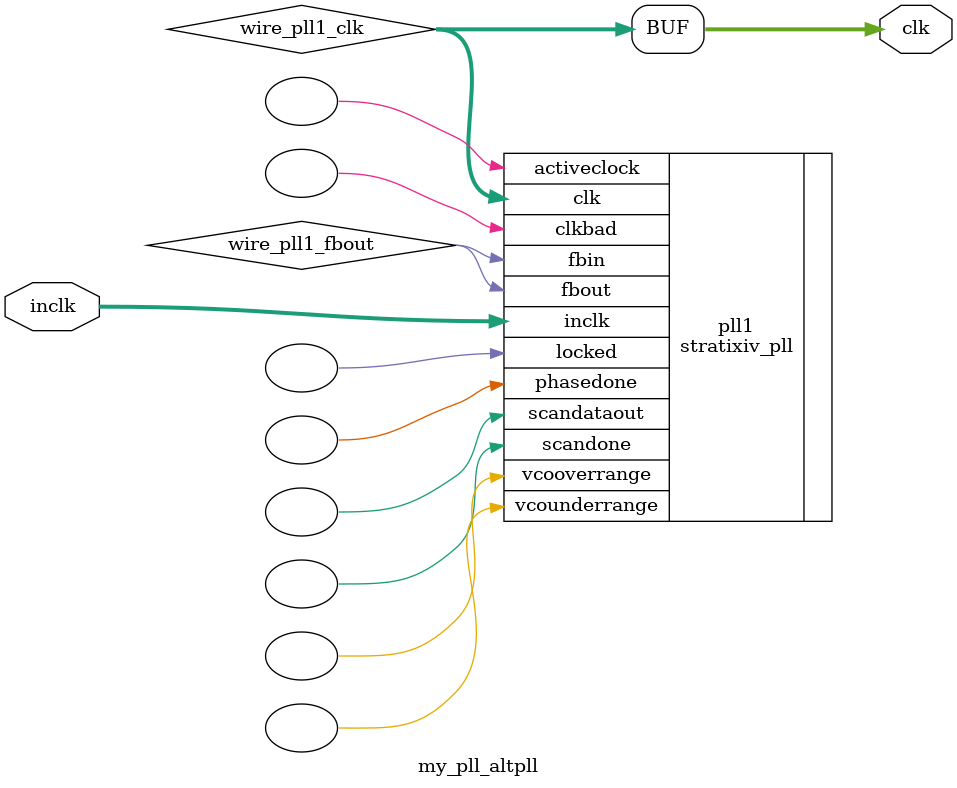
<source format=v>






//synthesis_resources = stratixiv_pll 1 
//synopsys translate_off
`timescale 1 ps / 1 ps
//synopsys translate_on
module  my_pll_altpll
	( 
	clk,
	inclk) /* synthesis synthesis_clearbox=1 */;
	output   [9:0]  clk;
	input   [1:0]  inclk;
`ifndef ALTERA_RESERVED_QIS
// synopsys translate_off
`endif
	tri0   [1:0]  inclk;
`ifndef ALTERA_RESERVED_QIS
// synopsys translate_on
`endif

	wire  [9:0]   wire_pll1_clk;
	wire  wire_pll1_fbout;

	stratixiv_pll   pll1
	( 
	.activeclock(),
	.clk(wire_pll1_clk),
	.clkbad(),
	.fbin(wire_pll1_fbout),
	.fbout(wire_pll1_fbout),
	.inclk(inclk),
	.locked(),
	.phasedone(),
	.scandataout(),
	.scandone(),
	.vcooverrange(),
	.vcounderrange()
	`ifndef FORMAL_VERIFICATION
	// synopsys translate_off
	`endif
	,
	.areset(1'b0),
	.clkswitch(1'b0),
	.configupdate(1'b0),
	.pfdena(1'b1),
	.phasecounterselect({4{1'b0}}),
	.phasestep(1'b0),
	.phaseupdown(1'b0),
	.scanclk(1'b0),
	.scanclkena(1'b1),
	.scandata(1'b0)
	`ifndef FORMAL_VERIFICATION
	// synopsys translate_on
	`endif
	);
	defparam
		pll1.bandwidth_type = "auto",
		pll1.clk0_divide_by = 1,
		pll1.clk0_duty_cycle = 50,
		pll1.clk0_multiply_by = 4,
		pll1.clk0_phase_shift = "0",
		pll1.compensate_clock = "clk0",
		pll1.inclk0_input_frequency = 20000,
		pll1.operation_mode = "normal",
		pll1.pll_type = "auto",
		pll1.lpm_type = "stratixiv_pll";
	assign
		clk = wire_pll1_clk;
endmodule //my_pll_altpll
//VALID FILE

</source>
